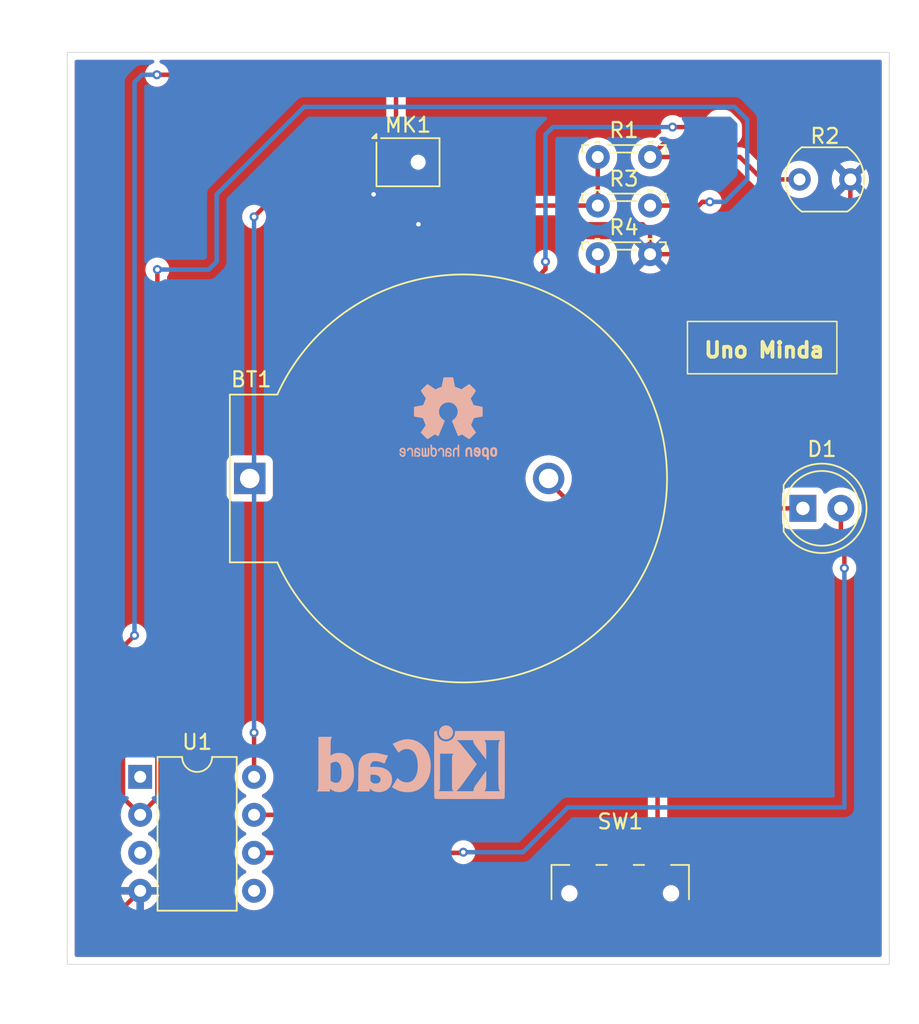
<source format=kicad_pcb>
(kicad_pcb (version 20240108) (generator "pcbnew") (generator_version "8.0")
  (layers (0 "F.Cu" signal) (31 "B.Cu" signal) (34 "B.Paste" user) (35 "F.Paste" user) (36 "B.SilkS" user "B.Silkscreen") (37 "F.SilkS" user "F.Silkscreen") (38 "B.Mask" user) (39 "F.Mask" user) (44 "Edge.Cuts" user))
  (net 0 "")
  (net 1 "+3.3V")
  (net 2 "Net-(BT1--)")
  (net 3 "/LED")
  (net 4 "Net-(D1-K)")
  (net 5 "GND")
  (net 6 "/MIC")
  (net 7 "/LDR")
  (footprint "OptoDevice:R_LDR_5.2x5.2mm_P3.5mm_Horizontal" (layer "F.Cu") (at 150 67.25)
    (property "Reference" "R3" (at 1.75 -1.79 0) (layer "F.SilkS"))
    (property "Value" "R")
    (pad "1" thru_hole circle (at 0 0) (size 1.6 1.6) (drill 0.8) (layers "*.Cu" "*.Mask") (net 1 "+3.3V"))
    (pad "2" thru_hole circle (at 3.5 0) (size 1.6 1.6) (drill 0.8) (layers "*.Cu" "*.Mask") (net 6 "/MIC"))
  )
  (footprint "OptoDevice:R_LDR_5.1x4.3mm_P3.4mm_Vertical" (layer "F.Cu") (at 163.5 65.5)
    (property "Reference" "R2" (at 1.7 -2.9 0) (layer "F.SilkS"))
    (property "Value" "LDR07")
    (pad "1" thru_hole circle (at 0 0) (size 1.5 1.5) (drill 0.8) (layers "*.Cu" "*.Mask") (net 7 "/LDR"))
    (pad "2" thru_hole circle (at 3.4 0) (size 1.5 1.5) (drill 0.8) (layers "*.Cu" "*.Mask") (net 5 "GND"))
  )
  (footprint "Package_DIP:DIP-8_W7.62mm" (layer "F.Cu") (at 119.38 105.46)
    (property "Reference" "U1" (at 3.81 -2.33 0) (layer "F.SilkS"))
    (property "Value" "ATtiny85V-10P")
    (pad "1" thru_hole rect (at 0 0) (size 1.6 1.6) (drill 0.8) (layers "*.Cu" "*.Mask"))
    (pad "2" thru_hole oval (at 0 2.54) (size 1.6 1.6) (drill 0.8) (layers "*.Cu" "*.Mask") (net 6 "/MIC"))
    (pad "3" thru_hole oval (at 0 5.08) (size 1.6 1.6) (drill 0.8) (layers "*.Cu" "*.Mask"))
    (pad "4" thru_hole oval (at 0 7.62) (size 1.6 1.6) (drill 0.8) (layers "*.Cu" "*.Mask") (net 5 "GND"))
    (pad "5" thru_hole oval (at 7.62 7.62) (size 1.6 1.6) (drill 0.8) (layers "*.Cu" "*.Mask"))
    (pad "6" thru_hole oval (at 7.62 5.08) (size 1.6 1.6) (drill 0.8) (layers "*.Cu" "*.Mask") (net 3 "/LED"))
    (pad "7" thru_hole oval (at 7.62 2.54) (size 1.6 1.6) (drill 0.8) (layers "*.Cu" "*.Mask") (net 7 "/LDR"))
    (pad "8" thru_hole oval (at 7.62 0) (size 1.6 1.6) (drill 0.8) (layers "*.Cu" "*.Mask") (net 1 "+3.3V"))
  )
  (footprint "OptoDevice:R_LDR_5.2x5.2mm_P3.5mm_Horizontal" (layer "F.Cu") (at 150 70.5)
    (property "Reference" "R4" (at 1.75 -1.79 0) (layer "F.SilkS"))
    (property "Value" "R")
    (pad "1" thru_hole circle (at 0 0) (size 1.6 1.6) (drill 0.8) (layers "*.Cu" "*.Mask") (net 4 "Net-(D1-K)"))
    (pad "2" thru_hole circle (at 3.5 0) (size 1.6 1.6) (drill 0.8) (layers "*.Cu" "*.Mask") (net 5 "GND"))
  )
  (footprint "LED_THT:LED_D5.0mm" (layer "F.Cu") (at 163.725 87.5)
    (property "Reference" "D1" (at 1.27 -3.96 0) (layer "F.SilkS"))
    (property "Value" "LED")
    (pad "1" thru_hole rect (at 0 0) (size 1.8 1.8) (drill 0.9) (layers "*.Cu" "*.Mask") (net 4 "Net-(D1-K)"))
    (pad "2" thru_hole circle (at 2.54 0) (size 1.8 1.8) (drill 0.9) (layers "*.Cu" "*.Mask") (net 3 "/LED"))
  )
  (footprint "Button_Switch_SMD:SW_SPDT_CK_JS102011SAQN" (layer "F.Cu") (at 151.5 113.25)
    (property "Reference" "SW1" (at 0 -4.8 0) (layer "F.SilkS"))
    (property "Value" "SW_SPDT")
    (pad "" np_thru_hole circle (at -3.4 0) (size 0.9 0.9) (drill 0.9) (layers "*.Cu" "*.Mask"))
    (pad "" np_thru_hole circle (at 3.4 0) (size 0.9 0.9) (drill 0.9) (layers "*.Cu" "*.Mask"))
    (pad "1" smd roundrect (at -2.5 -2.75) (size 1.25 2.5) (layers "F.Cu" "F.Paste" "F.Mask") (roundrect_rratio 0.2))
    (pad "2" smd roundrect (at 0 -2.75) (size 1.25 2.5) (layers "F.Cu" "F.Paste" "F.Mask") (roundrect_rratio 0.2) (net 5 "GND"))
    (pad "3" smd roundrect (at 2.5 -2.75) (size 1.25 2.5) (layers "F.Cu" "F.Paste" "F.Mask") (roundrect_rratio 0.2) (net 2 "Net-(BT1--)"))
  )
  (footprint "OptoDevice:R_LDR_5.2x5.2mm_P3.5mm_Horizontal" (layer "F.Cu") (at 150 64)
    (property "Reference" "R1" (at 1.75 -1.79 0) (layer "F.SilkS"))
    (property "Value" "R")
    (pad "1" thru_hole circle (at 0 0) (size 1.6 1.6) (drill 0.8) (layers "*.Cu" "*.Mask") (net 1 "+3.3V"))
    (pad "2" thru_hole circle (at 3.5 0) (size 1.6 1.6) (drill 0.8) (layers "*.Cu" "*.Mask") (net 7 "/LDR"))
  )
  (footprint "Battery:BatteryHolder_ComfortableElectronic_CH273-2450_1x2450" (layer "F.Cu") (at 126.710914 85.5)
    (property "Reference" "BT1" (at 0.1 -6.62 0) (layer "F.SilkS"))
    (property "Value" "Battery_Cell")
    (pad "1" thru_hole rect (at 0 0 270) (size 2.1 2.1) (drill 1.3) (layers "*.Cu" "*.Mask") (net 1 "+3.3V"))
    (pad "2" thru_hole circle (at 20 0 270) (size 2.1 2.1) (drill 1.3) (layers "*.Cu" "*.Mask") (net 2 "Net-(BT1--)"))
  )
  (footprint "Sensor_Audio:Infineon_PG-LLGA-5-1" (layer "F.Cu") (at 137.3 64.35)
    (property "Reference" "MK1" (at 0 -2.5 0) (layer "F.SilkS"))
    (property "Value" "Microphone_Condenser")
    (pad "" np_thru_hole circle (at 0.68 0) (size 0.8 0.8) (drill 0.8) (layers "*.Cu" "*.Mask"))
    (pad "1" smd rect (at -1.5 -0.85) (size 0.45 0.7) (layers "F.Cu" "F.Mask") (net 5 "GND"))
    (pad "2" smd rect (at -0.8 -0.85) (size 0.45 0.7) (layers "F.Cu" "F.Mask") (net 6 "/MIC"))
    (pad "3" smd rect (at -1.5 0.85) (size 0.45 0.7) (layers "F.Cu" "F.Mask"))
    (pad "4" smd rect (at -0.8 0.85) (size 0.45 0.7) (layers "F.Cu" "F.Mask"))
    (pad "5" smd custom (at 0.68 -0.81) (size 0.4 0.4) (layers "F.Cu" "F.Mask") (options (clearance outline) (anchor circle)) (primitives (gr_circle (center 0 0.81) (end 0.81 0.81) (width 0.46) (fill no))))
  )
  (footprint "Symbol:OSHW-Logo2_7.3x6mm_Copper" (layer "F.Cu") (at 141.5 78.5)
    (property "Reference" "REF**" (hide yes))
    (property "Value" "OSHW-Logo2_7.3x6mm_Copper" (hide yes))
    (fp_poly (pts (xy 2.6526 1.958752) (xy 2.669948 1.966334) (xy 2.711356 1.999128) (xy 2.746765 2.046547) (xy 2.768664 2.097151) (xy 2.772229 2.122098) (xy 2.760279 2.156927) (xy 2.734067 2.175357) (xy 2.705964 2.186516) (xy 2.693095 2.188572) (xy 2.686829 2.173649) (xy 2.674456 2.141175) (xy 2.669028 2.126502) (xy 2.63859 2.075744) (xy 2.59452 2.050427) (xy 2.53801 2.051206) (xy 2.533825 2.052203) (xy 2.503655 2.066507) (xy 2.481476 2.094393) (xy 2.466327 2.139287) (xy 2.45725 2.204615) (xy 2.453286 2.293804) (xy 2.452914 2.341261) (xy 2.45273 2.416071) (xy 2.451522 2.467069) (xy 2.448309 2.499471) (xy 2.442109 2.518495) (xy 2.43194 2.529356) (xy 2.416819 2.537272) (xy 2.415946 2.53767) (xy 2.386828 2.549981) (xy 2.372403 2.554514) (xy 2.370186 2.540809) (xy 2.368289 2.502925) (xy 2.366847 2.445715) (xy 2.365998 2.374027) (xy 2.365829 2.321565) (xy 2.366692 2.220047) (xy 2.37007 2.143032) (xy 2.377142 2.086023) (xy 2.389088 2.044526) (xy 2.40709 2.014043) (xy 2.432327 1.99008) (xy 2.457247 1.973355) (xy 2.517171 1.951097) (xy 2.586911 1.946076) (xy 2.6526 1.958752)) (stroke (width 0.01)) (fill solid) (layer "F.Cu"))
    (fp_poly (pts (xy -1.283907 1.92778) (xy -1.237328 1.954723) (xy -1.204943 1.981466) (xy -1.181258 2.009484) (xy -1.164941 2.043748) (xy -1.154661 2.089227) (xy -1.149086 2.150892) (xy -1.146884 2.233711) (xy -1.146629 2.293246) (xy -1.146629 2.512391) (xy -1.208314 2.540044) (xy -1.27 2.567697) (xy -1.277257 2.32767) (xy -1.280256 2.238028) (xy -1.283402 2.172962) (xy -1.287299 2.128026) (xy -1.292553 2.09877) (xy -1.299769 2.080748) (xy -1.30955 2.069511) (xy -1.312688 2.067079) (xy -1.360239 2.048083) (xy -1.408303 2.0556) (xy -1.436914 2.075543) (xy -1.448553 2.089675) (xy -1.456609 2.10822) (xy -1.461729 2.136334) (xy -1.464559 2.179173) (xy -1.465744 2.241895) (xy -1.465943 2.307261) (xy -1.465982 2.389268) (xy -1.467386 2.447316) (xy -1.472086 2.486465) (xy -1.482013 2.51178) (xy -1.499097 2.528323) (xy -1.525268 2.541156) (xy -1.560225 2.554491) (xy -1.598404 2.569007) (xy -1.593859 2.311389) (xy -1.592029 2.218519) (xy -1.589888 2.149889) (xy -1.586819 2.100711) (xy -1.582206 2.066198) (xy -1.575432 2.041562) (xy -1.565881 2.022016) (xy -1.554366 2.00477) (xy -1.49881 1.94968) (xy -1.43102 1.917822) (xy -1.357287 1.910191) (xy -1.283907 1.92778)) (stroke (width 0.01)) (fill solid) (layer "F.Cu"))
    (fp_poly (pts (xy 0.529926 1.949755) (xy 0.595858 1.974084) (xy 0.649273 2.017117) (xy 0.670164 2.047409) (xy 0.692939 2.102994) (xy 0.692466 2.143186) (xy 0.668562 2.170217) (xy 0.659717 2.174813) (xy 0.62153 2.189144) (xy 0.602028 2.185472) (xy 0.595422 2.161407) (xy 0.595086 2.148114) (xy 0.582992 2.09921) (xy 0.551471 2.064999) (xy 0.507659 2.048476) (xy 0.458695 2.052634) (xy 0.418894 2.074227) (xy 0.40545 2.086544) (xy 0.395921 2.101487) (xy 0.389485 2.124075) (xy 0.385317 2.159328) (xy 0.382597 2.212266) (xy 0.380502 2.287907) (xy 0.37996 2.311857) (xy 0.377981 2.39379) (xy 0.375731 2.451455) (xy 0.372357 2.489608) (xy 0.367006 2.513004) (xy 0.358824 2.526398) (xy 0.346959 2.534545) (xy 0.339362 2.538144) (xy 0.307102 2.550452) (xy 0.288111 2.554514) (xy 0.281836 2.540948) (xy 0.278006 2.499934) (xy 0.2766 2.430999) (xy 0.277598 2.333669) (xy 0.277908 2.318657) (xy 0.280101 2.229859) (xy 0.282693 2.165019) (xy 0.286382 2.119067) (xy 0.291864 2.086935) (xy 0.299835 2.063553) (xy 0.310993 2.043852) (xy 0.31683 2.03541) (xy 0.350296 1.998057) (xy 0.387727 1.969003) (xy 0.392309 1.966467) (xy 0.459426 1.946443) (xy 0.529926 1.949755)) (stroke (width 0.01)) (fill solid) (layer "F.Cu"))
    (fp_poly (pts (xy -0.624114 1.851289) (xy -0.619861 1.910613) (xy -0.614975 1.945572) (xy -0.608205 1.96082) (xy -0.598298 1.961015) (xy -0.595086 1.959195) (xy -0.552356 1.946015) (xy -0.496773 1.946785) (xy -0.440263 1.960333) (xy -0.404918 1.977861) (xy -0.368679 2.005861) (xy -0.342187 2.037549) (xy -0.324001 2.077813) (xy -0.312678 2.131543) (xy -0.306778 2.203626) (xy -0.304857 2.298951) (xy -0.304823 2.317237) (xy -0.3048 2.522646) (xy -0.350509 2.53858) (xy -0.382973 2.54942) (xy -0.400785 2.554468) (xy -0.401309 2.554514) (xy -0.403063 2.540828) (xy -0.404556 2.503076) (xy -0.405674 2.446224) (xy -0.406303 2.375234) (xy -0.4064 2.332073) (xy -0.406602 2.246973) (xy -0.407642 2.185981) (xy -0.410169 2.144177) (xy -0.414836 2.116642) (xy -0.422293 2.098456) (xy -0.433189 2.084698) (xy -0.439993 2.078073) (xy -0.486728 2.051375) (xy -0.537728 2.049375) (xy -0.583999 2.071955) (xy -0.592556 2.080107) (xy -0.605107 2.095436) (xy -0.613812 2.113618) (xy -0.619369 2.139909) (xy -0.622474 2.179562) (xy -0.623824 2.237832) (xy -0.624114 2.318173) (xy -0.624114 2.522646) (xy -0.669823 2.53858) (xy -0.702287 2.54942) (xy -0.720099 2.554468) (xy -0.720623 2.554514) (xy -0.721963 2.540623) (xy -0.723172 2.501439) (xy -0.724199 2.4407) (xy -0.724998 2.362141) (xy -0.725519 2.269498) (xy -0.725714 2.166509) (xy -0.725714 1.769342) (xy -0.678543 1.749444) (xy -0.631371 1.729547) (xy -0.624114 1.851289)) (stroke (width 0.01)) (fill solid) (layer "F.Cu"))
    (fp_poly (pts (xy 1.779833 1.958663) (xy 1.782048 1.99685) (xy 1.783784 2.054886) (xy 1.784899 2.12818) (xy 1.785257 2.205055) (xy 1.785257 2.465196) (xy 1.739326 2.511127) (xy 1.707675 2.539429) (xy 1.67989 2.550893) (xy 1.641915 2.550168) (xy 1.62684 2.548321) (xy 1.579726 2.542948) (xy 1.540756 2.539869) (xy 1.531257 2.539585) (xy 1.499233 2.541445) (xy 1.453432 2.546114) (xy 1.435674 2.548321) (xy 1.392057 2.551735) (xy 1.362745 2.54432) (xy 1.33368 2.521427) (xy 1.323188 2.511127) (xy 1.277257 2.465196) (xy 1.277257 1.978602) (xy 1.314226 1.961758) (xy 1.346059 1.949282) (xy 1.364683 1.944914) (xy 1.369458 1.958718) (xy 1.373921 1.997286) (xy 1.377775 2.056356) (xy 1.380722 2.131663) (xy 1.382143 2.195286) (xy 1.386114 2.445657) (xy 1.420759 2.450556) (xy 1.452268 2.447131) (xy 1.467708 2.436041) (xy 1.472023 2.415308) (xy 1.475708 2.371145) (xy 1.478469 2.309146) (xy 1.480012 2.234909) (xy 1.480235 2.196706) (xy 1.480457 1.976783) (xy 1.526166 1.960849) (xy 1.558518 1.950015) (xy 1.576115 1.944962) (xy 1.576623 1.944914) (xy 1.578388 1.958648) (xy 1.580329 1.99673) (xy 1.582282 2.054482) (xy 1.584084 2.127227) (xy 1.585343 2.195286) (xy 1.589314 2.445657) (xy 1.6764 2.445657) (xy 1.680396 2.21724) (xy 1.684392 1.988822) (xy 1.726847 1.966868) (xy 1.758192 1.951793) (xy 1.776744 1.944951) (xy 1.777279 1.944914) (xy 1.779833 1.958663)) (stroke (width 0.01)) (fill solid) (layer "F.Cu"))
    (fp_poly (pts (xy -2.958885 1.921962) (xy -2.890855 1.957733) (xy -2.840649 2.015301) (xy -2.822815 2.052312) (xy -2.808937 2.107882) (xy -2.801833 2.178096) (xy -2.80116 2.254727) (xy -2.806573 2.329552) (xy -2.81773 2.394342) (xy -2.834286 2.440873) (xy -2.839374 2.448887) (xy -2.899645 2.508707) (xy -2.971231 2.544535) (xy -3.048908 2.55502) (xy -3.127452 2.53881) (xy -3.149311 2.529092) (xy -3.191878 2.499143) (xy -3.229237 2.459433) (xy -3.232768 2.454397) (xy -3.247119 2.430124) (xy -3.256606 2.404178) (xy -3.26221 2.370022) (xy -3.264914 2.321119) (xy -3.265701 2.250935) (xy -3.265714 2.2352) (xy -3.265678 2.230192) (xy -3.120571 2.230192) (xy -3.119727 2.29643) (xy -3.116404 2.340386) (xy -3.109417 2.368779) (xy -3.097584 2.388325) (xy -3.091543 2.394857) (xy -3.056814 2.41968) (xy -3.023097 2.418548) (xy -2.989005 2.397016) (xy -2.968671 2.374029) (xy -2.956629 2.340478) (xy -2.949866 2.287569) (xy -2.949402 2.281399) (xy -2.948248 2.185513) (xy -2.960312 2.114299) (xy -2.98543 2.068194) (xy -3.02344 2.047635) (xy -3.037008 2.046514) (xy -3.072636 2.052152) (xy -3.097006 2.071686) (xy -3.111907 2.109042) (xy -3.119125 2.16815) (xy -3.120571 2.230192) (xy -3.265678 2.230192) (xy -3.265174 2.160413) (xy -3.262904 2.108159) (xy -3.257932 2.071949) (xy -3.249287 2.045299) (xy -3.235995 2.021722) (xy -3.233057 2.017338) (xy -3.183687 1.958249) (xy -3.129891 1.923947) (xy -3.064398 1.910331) (xy -3.042158 1.909665) (xy -2.958885 1.921962)) (stroke (width 0.01)) (fill solid) (layer "F.Cu"))
    (fp_poly (pts (xy 3.153595 1.966966) (xy 3.211021 2.004497) (xy 3.238719 2.038096) (xy 3.260662 2.099064) (xy 3.262405 2.147308) (xy 3.258457 2.211816) (xy 3.109686 2.276934) (xy 3.037349 2.310202) (xy 2.990084 2.336964) (xy 2.965507 2.360144) (xy 2.961237 2.382667) (xy 2.974889 2.407455) (xy 2.989943 2.423886) (xy 3.033746 2.450235) (xy 3.081389 2.452081) (xy 3.125145 2.431546) (xy 3.157289 2.390752) (xy 3.163038 2.376347) (xy 3.190576 2.331356) (xy 3.222258 2.312182) (xy 3.265714 2.295779) (xy 3.265714 2.357966) (xy 3.261872 2.400283) (xy 3.246823 2.435969) (xy 3.21528 2.476943) (xy 3.210592 2.482267) (xy 3.175506 2.51872) (xy 3.145347 2.538283) (xy 3.107615 2.547283) (xy 3.076335 2.55023) (xy 3.020385 2.550965) (xy 2.980555 2.54166) (xy 2.955708 2.527846) (xy 2.916656 2.497467) (xy 2.889625 2.464613) (xy 2.872517 2.423294) (xy 2.863238 2.367521) (xy 2.859693 2.291305) (xy 2.85941 2.252622) (xy 2.860372 2.206247) (xy 2.948007 2.206247) (xy 2.949023 2.231126) (xy 2.951556 2.2352) (xy 2.968274 2.229665) (xy 3.004249 2.215017) (xy 3.052331 2.19419) (xy 3.062386 2.189714) (xy 3.123152 2.158814) (xy 3.156632 2.131657) (xy 3.16399 2.10622) (xy 3.146391 2.080481) (xy 3.131856 2.069109) (xy 3.07941 2.046364) (xy 3.030322 2.050122) (xy 2.989227 2.077884) (xy 2.960758 2.127152) (xy 2.951631 2.166257) (xy 2.948007 2.206247) (xy 2.860372 2.206247) (xy 2.861285 2.162249) (xy 2.868196 2.095384) (xy 2.881884 2.046695) (xy 2.904096 2.010849) (xy 2.936574 1.982513) (xy 2.950733 1.973355) (xy 3.015053 1.949507) (xy 3.085473 1.948006) (xy 3.153595 1.966966)) (stroke (width 0.01)) (fill solid) (layer "F.Cu"))
    (fp_poly (pts (xy 1.190117 2.065358) (xy 1.189933 2.173837) (xy 1.189219 2.257287) (xy 1.187675 2.319704) (xy 1.185001 2.365085) (xy 1.180894 2.397429) (xy 1.175055 2.420733) (xy 1.167182 2.438995) (xy 1.161221 2.449418) (xy 1.111855 2.505945) (xy 1.049264 2.541377) (xy 0.980013 2.55409) (xy 0.910668 2.542463) (xy 0.869375 2.521568) (xy 0.826025 2.485422) (xy 0.796481 2.441276) (xy 0.778655 2.383462) (xy 0.770463 2.306313) (xy 0.769302 2.249714) (xy 0.769458 2.245647) (xy 0.870857 2.245647) (xy 0.871476 2.31055) (xy 0.874314 2.353514) (xy 0.88084 2.381622) (xy 0.892523 2.401953) (xy 0.906483 2.417288) (xy 0.953365 2.44689) (xy 1.003701 2.449419) (xy 1.051276 2.424705) (xy 1.054979 2.421356) (xy 1.070783 2.403935) (xy 1.080693 2.383209) (xy 1.086058 2.352362) (xy 1.088228 2.304577) (xy 1.088571 2.251748) (xy 1.087827 2.185381) (xy 1.084748 2.141106) (xy 1.078061 2.112009) (xy 1.066496 2.091173) (xy 1.057013 2.080107) (xy 1.01296 2.052198) (xy 0.962224 2.048843) (xy 0.913796 2.070159) (xy 0.90445 2.078073) (xy 0.88854 2.095647) (xy 0.87861 2.116587) (xy 0.873278 2.147782) (xy 0.871163 2.196122) (xy 0.870857 2.245647) (xy 0.769458 2.245647) (xy 0.77281 2.158568) (xy 0.784726 2.090086) (xy 0.807135 2.0386) (xy 0.842124 1.998443) (xy 0.869375 1.977861) (xy 0.918907 1.955625) (xy 0.976316 1.945304) (xy 1.029682 1.948067) (xy 1.059543 1.959212) (xy 1.071261 1.962383) (xy 1.079037 1.950557) (xy 1.084465 1.918866) (xy 1.088571 1.870593) (xy 1.093067 1.816829) (xy 1.099313 1.784482) (xy 1.110676 1.765985) (xy 1.130528 1.75377) (xy 1.143 1.748362) (xy 1.190171 1.728601) (xy 1.190117 2.065358)) (stroke (width 0.01)) (fill solid) (layer "F.Cu"))
    (fp_poly (pts (xy -1.831697 1.931239) (xy -1.774473 1.969735) (xy -1.730251 2.025335) (xy -1.703833 2.096086) (xy -1.69849 2.148162) (xy -1.699097 2.169893) (xy -1.704178 2.186531) (xy -1.718145 2.201437) (xy -1.745411 2.217973) (xy -1.790388 2.239498) (xy -1.857489 2.269374) (xy -1.857829 2.269524) (xy -1.919593 2.297813) (xy -1.970241 2.322933) (xy -2.004596 2.342179) (xy -2.017482 2.352848) (xy -2.017486 2.352934) (xy -2.006128 2.376166) (xy -1.979569 2.401774) (xy -1.949077 2.420221) (xy -1.93363 2.423886) (xy -1.891485 2.411212) (xy -1.855192 2.379471) (xy -1.837483 2.344572) (xy -1.820448 2.318845) (xy -1.787078 2.289546) (xy -1.747851 2.264235) (xy -1.713244 2.250471) (xy -1.706007 2.249714) (xy -1.697861 2.26216) (xy -1.69737 2.293972) (xy -1.703357 2.336866) (xy -1.714643 2.382558) (xy -1.73005 2.422761) (xy -1.730829 2.424322) (xy -1.777196 2.489062) (xy -1.837289 2.533097) (xy -1.905535 2.554711) (xy -1.976362 2.552185) (xy -2.044196 2.523804) (xy -2.047212 2.521808) (xy -2.100573 2.473448) (xy -2.13566 2.410352) (xy -2.155078 2.327387) (xy -2.157684 2.304078) (xy -2.162299 2.194055) (xy -2.156767 2.142748) (xy -2.017486 2.142748) (xy -2.015676 2.174753) (xy -2.005778 2.184093) (xy -1.981102 2.177105) (xy -1.942205 2.160587) (xy -1.898725 2.139881) (xy -1.897644 2.139333) (xy -1.860791 2.119949) (xy -1.846 2.107013) (xy -1.849647 2.093451) (xy -1.865005 2.075632) (xy -1.904077 2.049845) (xy -1.946154 2.04795) (xy -1.983897 2.066717) (xy -2.009966 2.102915) (xy -2.017486 2.142748) (xy -2.156767 2.142748) (xy -2.152806 2.106027) (xy -2.12845 2.036212) (xy -2.094544 1.987302) (xy -2.033347 1.937878) (xy -1.965937 1.913359) (xy -1.89712 1.911797) (xy -1.831697 1.931239)) (stroke (width 0.01)) (fill solid) (layer "F.Cu"))
    (fp_poly (pts (xy 0.039744 1.950968) (xy 0.096616 1.972087) (xy 0.097267 1.972493) (xy 0.13244 1.99838) (xy 0.158407 2.028633) (xy 0.17667 2.068058) (xy 0.188732 2.121462) (xy 0.196096 2.193651) (xy 0.200264 2.289432) (xy 0.200629 2.303078) (xy 0.205876 2.508842) (xy 0.161716 2.531678) (xy 0.129763 2.54711) (xy 0.11047 2.554423) (xy 0.109578 2.554514) (xy 0.106239 2.541022) (xy 0.103587 2.504626) (xy 0.101956 2.451452) (xy 0.1016 2.408393) (xy 0.101592 2.338641) (xy 0.098403 2.294837) (xy 0.087288 2.273944) (xy 0.063501 2.272925) (xy 0.022296 2.288741) (xy -0.039914 2.317815) (xy -0.085659 2.341963) (xy -0.109187 2.362913) (xy -0.116104 2.385747) (xy -0.116114 2.386877) (xy -0.104701 2.426212) (xy -0.070908 2.447462) (xy -0.019191 2.450539) (xy 0.018061 2.450006) (xy 0.037703 2.460735) (xy 0.049952 2.486505) (xy 0.057002 2.519337) (xy 0.046842 2.537966) (xy 0.043017 2.540632) (xy 0.007001 2.55134) (xy -0.043434 2.552856) (xy -0.095374 2.545759) (xy -0.132178 2.532788) (xy -0.183062 2.489585) (xy -0.211986 2.429446) (xy -0.217714 2.382462) (xy -0.213343 2.340082) (xy -0.197525 2.305488) (xy -0.166203 2.274763) (xy -0.115322 2.24399) (xy -0.040824 2.209252) (xy -0.036286 2.207288) (xy 0.030821 2.176287) (xy 0.072232 2.150862) (xy 0.089981 2.128014) (xy 0.086107 2.104745) (xy 0.062643 2.078056) (xy 0.055627 2.071914) (xy 0.00863 2.0481) (xy -0.040067 2.049103) (xy -0.082478 2.072451) (xy -0.110616 2.115675) (xy -0.113231 2.12416) (xy -0.138692 2.165308) (xy -0.170999 2.185128) (xy -0.217714 2.20477) (xy -0.217714 2.15395) (xy -0.203504 2.080082) (xy -0.161325 2.012327) (xy -0.139376 1.989661) (xy -0.089483 1.960569) (xy -0.026033 1.9474) (xy 0.039744 1.950968)) (stroke (width 0.01)) (fill solid) (layer "F.Cu"))
    (fp_poly (pts (xy -2.400256 1.919918) (xy -2.344799 1.947568) (xy -2.295852 1.99848) (xy -2.282371 2.017338) (xy -2.267686 2.042015) (xy -2.258158 2.068816) (xy -2.252707 2.104587) (xy -2.250253 2.156169) (xy -2.249714 2.224267) (xy -2.252148 2.317588) (xy -2.260606 2.387657) (xy -2.276826 2.439931) (xy -2.302546 2.479869) (xy -2.339503 2.512929) (xy -2.342218 2.514886) (xy -2.37864 2.534908) (xy -2.422498 2.544815) (xy -2.478276 2.547257) (xy -2.568952 2.547257) (xy -2.56899 2.635283) (xy -2.569834 2.684308) (xy -2.574976 2.713065) (xy -2.588413 2.730311) (xy -2.614142 2.744808) (xy -2.620321 2.747769) (xy -2.649236 2.761648) (xy -2.671624 2.770414) (xy -2.688271 2.771171) (xy -2.699964 2.761023) (xy -2.70749 2.737073) (xy -2.711634 2.696426) (xy -2.713185 2.636186) (xy -2.712929 2.553455) (xy -2.711651 2.445339) (xy -2.711252 2.413) (xy -2.709815 2.301524) (xy -2.708528 2.228603) (xy -2.569029 2.228603) (xy -2.568245 2.290499) (xy -2.56476 2.330997) (xy -2.556876 2.357708) (xy -2.542895 2.378244) (xy -2.533403 2.38826) (xy -2.494596 2.417567) (xy -2.460237 2.419952) (xy -2.424784 2.39575) (xy -2.423886 2.394857) (xy -2.409461 2.376153) (xy -2.400687 2.350732) (xy -2.396261 2.311584) (xy -2.394882 2.251697) (xy -2.394857 2.23843) (xy -2.398188 2.155901) (xy -2.409031 2.098691) (xy -2.42866 2.063766) (xy -2.45835 2.048094) (xy -2.475509 2.046514) (xy -2.516234 2.053926) (xy -2.544168 2.07833) (xy -2.560983 2.12298) (xy -2.56835 2.19113) (xy -2.569029 2.228603) (xy -2.708528 2.228603) (xy -2.708292 2.215245) (xy -2.706323 2.150333) (xy -2.70355 2.102958) (xy -2.699612 2.06929) (xy -2.694151 2.045498) (xy -2.686808 2.027753) (xy -2.677223 2.012224) (xy -2.673113 2.006381) (xy -2.618595 1.951185) (xy -2.549664 1.91989) (xy -2.469928 1.911165) (xy -2.400256 1.919918)) (stroke (width 0.01)) (fill solid) (layer "F.Cu"))
    (fp_poly (pts (xy 2.144876 1.956335) (xy 2.186667 1.975344) (xy 2.219469 1.998378) (xy 2.243503 2.024133) (xy 2.260097 2.057358) (xy 2.270577 2.1028) (xy 2.276271 2.165207) (xy 2.278507 2.249327) (xy 2.278743 2.304721) (xy 2.278743 2.520826) (xy 2.241774 2.53767) (xy 2.212656 2.549981) (xy 2.198231 2.554514) (xy 2.195472 2.541025) (xy 2.193282 2.504653) (xy 2.191942 2.451542) (xy 2.191657 2.409372) (xy 2.190434 2.348447) (xy 2.187136 2.300115) (xy 2.182321 2.270518) (xy 2.178496 2.264229) (xy 2.152783 2.270652) (xy 2.112418 2.287125) (xy 2.065679 2.309458) (xy 2.020845 2.333457) (xy 1.986193 2.35493) (xy 1.970002 2.369685) (xy 1.969938 2.369845) (xy 1.97133 2.397152) (xy 1.983818 2.423219) (xy 2.005743 2.444392) (xy 2.037743 2.451474) (xy 2.065092 2.450649) (xy 2.103826 2.450042) (xy 2.124158 2.459116) (xy 2.136369 2.483092) (xy 2.137909 2.487613) (xy 2.143203 2.521806) (xy 2.129047 2.542568) (xy 2.092148 2.552462) (xy 2.052289 2.554292) (xy 1.980562 2.540727) (xy 1.943432 2.521355) (xy 1.897576 2.475845) (xy 1.873256 2.419983) (xy 1.871073 2.360957) (xy 1.891629 2.305953) (xy 1.922549 2.271486) (xy 1.95342 2.252189) (xy 2.001942 2.227759) (xy 2.058485 2.202985) (xy 2.06791 2.199199) (xy 2.130019 2.171791) (xy 2.165822 2.147634) (xy 2.177337 2.123619) (xy 2.16658 2.096635) (xy 2.148114 2.075543) (xy 2.104469 2.049572) (xy 2.056446 2.047624) (xy 2.012406 2.067637) (xy 1.980709 2.107551) (xy 1.976549 2.117848) (xy 1.952327 2.155724) (xy 1.916965 2.183842) (xy 1.872343 2.206917) (xy 1.872343 2.141485) (xy 1.874969 2.101506) (xy 1.88623 2.069997) (xy 1.911199 2.036378) (xy 1.935169 2.010484) (xy 1.972441 1.973817) (xy 2.001401 1.954121) (xy 2.032505 1.94622) (xy 2.067713 1.944914) (xy 2.144876 1.956335)) (stroke (width 0.01)) (fill solid) (layer "F.Cu"))
    (fp_poly (pts (xy 0.10391 -2.757652) (xy 0.182454 -2.757222) (xy 0.239298 -2.756058) (xy 0.278105 -2.753793) (xy 0.302538 -2.75006) (xy 0.316262 -2.744494) (xy 0.32294 -2.736727) (xy 0.326236 -2.726395) (xy 0.326556 -2.725057) (xy 0.331562 -2.700921) (xy 0.340829 -2.653299) (xy 0.353392 -2.587259) (xy 0.368287 -2.507872) (xy 0.384551 -2.420204) (xy 0.385119 -2.417125) (xy 0.40141 -2.331211) (xy 0.416652 -2.255304) (xy 0.429861 -2.193955) (xy 0.440054 -2.151718) (xy 0.446248 -2.133145) (xy 0.446543 -2.132816) (xy 0.464788 -2.123747) (xy 0.502405 -2.108633) (xy 0.551271 -2.090738) (xy 0.551543 -2.090642) (xy 0.613093 -2.067507) (xy 0.685657 -2.038035) (xy 0.754057 -2.008403) (xy 0.757294 -2.006938) (xy 0.868702 -1.956374) (xy 1.115399 -2.12484) (xy 1.191077 -2.176197) (xy 1.259631 -2.222111) (xy 1.317088 -2.25997) (xy 1.359476 -2.287163) (xy 1.382825 -2.301079) (xy 1.385042 -2.302111) (xy 1.40201 -2.297516) (xy 1.433701 -2.275345) (xy 1.481352 -2.234553) (xy 1.546198 -2.174095) (xy 1.612397 -2.109773) (xy 1.676214 -2.046388) (xy 1.733329 -1.988549) (xy 1.780305 -1.939825) (xy 1.813703 -1.90379) (xy 1.830085 -1.884016) (xy 1.830694 -1.882998) (xy 1.832505 -1.869428) (xy 1.825683 -1.847267) (xy 1.80854 -1.813522) (xy 1.779393 -1.7652) (xy 1.736555 -1.699308) (xy 1.679448 -1.614483) (xy 1.628766 -1.539823) (xy 1.583461 -1.47286) (xy 1.54615 -1.417484) (xy 1.519452 -1.37758) (xy 1.505985 -1.357038) (xy 1.505137 -1.355644) (xy 1.506781 -1.335962) (xy 1.519245 -1.297707) (xy 1.540048 -1.248111) (xy 1.547462 -1.232272) (xy 1.579814 -1.16171) (xy 1.614328 -1.081647) (xy 1.642365 -1.012371) (xy 1.662568 -0.960955) (xy 1.678615 -0.921881) (xy 1.687888 -0.901459) (xy 1.689041 -0.899886) (xy 1.706096 -0.897279) (xy 1.746298 -0.890137) (xy 1.804302 -0.879477) (xy 1.874763 -0.866315) (xy 1.952335 -0.851667) (xy 2.031672 -0.836551) (xy 2.107431 -0.821982) (xy 2.174264 -0.808978) (xy 2.226828 -0.798555) (xy 2.259776 -0.79173) (xy 2.267857 -0.789801) (xy 2.276205 -0.785038) (xy 2.282506 -0.774282) (xy 2.287045 -0.753902) (xy 2.290104 -0.720266) (xy 2.291967 -0.669745) (xy 2.292918 -0.598708) (xy 2.29324 -0.503524) (xy 2.293257 -0.464508) (xy 2.293257 -0.147201) (xy 2.217057 -0.132161) (xy 2.174663 -0.124005) (xy 2.1114 -0.112101) (xy 2.034962 -0.097884) (xy 1.953043 -0.08279) (xy 1.9304 -0.078645) (xy 1.854806 -0.063947) (xy 1.788953 -0.049495) (xy 1.738366 -0.036625) (xy 1.708574 -0.026678) (xy 1.703612 -0.023713) (xy 1.691426 -0.002717) (xy 1.673953 0.037967) (xy 1.654577 0.090322) (xy 1.650734 0.1016) (xy 1.625339 0.171523) (xy 1.593817 0.250418) (xy 1.562969 0.321266) (xy 1.562817 0.321595) (xy 1.511447 0.432733) (xy 1.680399 0.681253) (xy 1.849352 0.929772) (xy 1.632429 1.147058) (xy 1.566819 1.211726) (xy 1.506979 1.268733) (xy 1.456267 1.315033) (xy 1.418046 1.347584) (xy 1.395675 1.363343) (xy 1.392466 1.364343) (xy 1.373626 1.356469) (xy 1.33518 1.334578) (xy 1.28133 1.301267) (xy 1.216276 1.259131) (xy 1.14594 1.211943) (xy 1.074555 1.16381) (xy 1.010908 1.121928) (xy 0.959041 1.088871) (xy 0.922995 1.067218) (xy 0.906867 1.059543) (xy 0.887189 1.066037) (xy 0.849875 1.08315) (xy 0.802621 1.107326) (xy 0.797612 1.110013) (xy 0.733977 1.141927) (xy 0.690341 1.157579) (xy 0.663202 1.157745) (xy 0.649057 1.143204) (xy 0.648975 1.143) (xy 0.641905 1.125779) (xy 0.625042 1.084899) (xy 0.599695 1.023525) (xy 0.567171 0.944819) (xy 0.528778 0.851947) (xy 0.485822 0.748072) (xy 0.444222 0.647502) (xy 0.398504 0.536516) (xy 0.356526 0.433703) (xy 0.319548 0.342215) (xy 0.288827 0.265201) (xy 0.265622 0.205815) (xy 0.25119 0.167209) (xy 0.246743 0.1528) (xy 0.257896 0.136272) (xy 0.287069 0.10993) (xy 0.325971 0.080887) (xy 0.436757 -0.010961) (xy 0.523351 -0.116241) (xy 0.584716 -0.232734) (xy 0.619815 -0.358224) (xy 0.627608 -0.490493) (xy 0.621943 -0.551543) (xy 0.591078 -0.678205) (xy 0.53792 -0.790059) (xy 0.465767 -0.885999) (xy 0.377917 -0.964924) (xy 0.277665 -1.02573) (xy 0.16831 -1.067313) (xy 0.053147 -1.088572) (xy -0.064525 -1.088401) (xy -0.18141 -1.065699) (xy -0.294211 -1.019362) (xy -0.399631 -0.948287) (xy -0.443632 -0.908089) (xy -0.528021 -0.804871) (xy -0.586778 -0.692075) (xy -0.620296 -0.57299) (xy -0.628965 -0.450905) (xy -0.613177 -0.329107) (xy -0.573322 -0.210884) (xy -0.509793 -0.099525) (xy -0.422979 0.001684) (xy -0.325971 0.080887) (xy -0.285563 0.111162) (xy -0.257018 0.137219) (xy -0.246743 0.152825) (xy -0.252123 0.169843) (xy -0.267425 0.2105) (xy -0.291388 0.271642) (xy -0.322756 0.350119) (xy -0.360268 0.44278) (xy -0.402667 0.546472) (xy -0.444337 0.647526) (xy -0.49031 0.758607) (xy -0.532893 0.861541) (xy -0.570779 0.953165) (xy -0.60266 1.030316) (xy -0.627229 1.089831) (xy -0.64318 1.128544) (xy -0.64909 1.143) (xy -0.663052 1.157685) (xy -0.69006 1.157642) (xy -0.733587 1.142099) (xy -0.79711 1.110284) (xy -0.797612 1.110013) (xy -0.84544 1.085323) (xy -0.884103 1.067338) (xy -0.905905 1.059614) (xy -0.906867 1.059543) (xy -0.923279 1.067378) (xy -0.959513 1.089165) (xy -1.011526 1.122328) (xy -1.075275 1.164291) (xy -1.14594 1.211943) (xy -1.217884 1.260191) (xy -1.282726 1.302151) (xy -1.336265 1.335227) (xy -1.374303 1.356821) (xy -1.392467 1.364343) (xy -1.409192 1.354457) (xy -1.44282 1.326826) (xy -1.48999 1.284495) (xy -1.547342 1.230505) (xy -1.611516 1.167899) (xy -1.632503 1.146983) (xy -1.849501 0.929623) (xy -1.684332 0.68722) (xy -1.634136 0.612781) (xy -1.590081 0.545972) (xy -1.554638 0.490665) (xy -1.530281 0.450729) (xy -1.519478 0.430036) (xy -1.519162 0.428563) (xy -1.524857 0.409058) (xy -1.540174 0.369822) (xy -1.562463 0.31743) (xy -1.578107 0.282355) (xy -1.607359 0.215201) (xy -1.634906 0.147358) (xy -1.656263 0.090034) (xy -1.662065 0.072572) (xy -1.678548 0.025938) (xy -1.69466 -0.010095) (xy -1.70351 -0.023713) (xy -1.72304 -0.032048) (xy -1.765666 -0.043863) (xy -1.825855 -0.057819) (xy -1.898078 -0.072578) (xy -1.9304 -0.078645) (xy -2.012478 -0.093727) (xy -2.091205 -0.108331) (xy -2.158891 -0.12102) (xy -2.20784 -0.130358) (xy -2.217057 -0.132161) (xy -2.293257 -0.147201) (xy -2.293257 -0.464508) (xy -2.293086 -0.568846) (xy -2.292384 -0.647787) (xy -2.290866 -0.704962) (xy -2.288251 -0.744001) (xy -2.284254 -0.768535) (xy -2.278591 -0.782195) (xy -2.27098 -0.788611) (xy -2.267857 -0.789801) (xy -2.249022 -0.79402) (xy -2.207412 -0.802438) (xy -2.14837 -0.814039) (xy -2.077243 -0.827805) (xy -1.999375 -0.84272) (xy -1.920113 -0.857768) (xy -1.844802 -0.871931) (xy -1.778787 -0.884194) (xy -1.727413 -0.893539) (xy -1.696025 -0.89895) (xy -1.689041 -0.899886) (xy -1.682715 -0.912404) (xy -1.66871 -0.945754) (xy -1.649645 -0.993623) (xy -1.642366 -1.012371) (xy -1.613004 -1.084805) (xy -1.578429 -1.16483) (xy -1.547463 -1.232272) (xy -1.524677 -1.283841) (xy -1.509518 -1.326215) (xy -1.504458 -1.352166) (xy -1.505264 -1.355644) (xy -1.515959 -1.372064) (xy -1.54038 -1.408583) (xy -1.575905 -1.461313) (xy -1.619913 -1.526365) (xy -1.669783 -1.599849) (xy -1.679644 -1.614355) (xy -1.737508 -1.700296) (xy -1.780044 -1.765739) (xy -1.808946 -1.813696) (xy -1.82591 -1.84718) (xy -1.832633 -1.869205) (xy -1.83081 -1.882783) (xy -1.830764 -1.882869) (xy -1.816414 -1.900703) (xy -1.784677 -1.935183) (xy -1.73899 -1.982732) (xy -1.682796 -2.039778) (xy -1.619532 -2.102745) (xy -1.612398 -2.109773) (xy -1.53267 -2.18698) (xy -1.471143 -2.24367) (xy -1.426579 -2.28089) (xy -1.397743 -2.299685) (xy -1.385042 -2.302111) (xy -1.366506 -2.291529) (xy -1.328039 -2.267084) (xy -1.273614 -2.231388) (xy -1.207202 -2.187053) (xy -1.132775 -2.136689) (xy -1.115399 -2.12484) (xy -0.868703 -1.956374) (xy -0.757294 -2.006938) (xy -0.689543 -2.036405) (xy -0.616817 -2.066041) (xy -0.554297 -2.08967) (xy -0.551543 -2.090642) (xy -0.50264 -2.108543) (xy -0.464943 -2.12368) (xy -0.446575 -2.13279) (xy -0.446544 -2.132816) (xy -0.440715 -2.149283) (xy -0.430808 -2.189781) (xy -0.417805 -2.249758) (xy -0.402691 -2.32466) (xy -0.386448 -2.409936) (xy -0.385119 -2.417125) (xy -0.368825 -2.504986) (xy -0.353867 -2.58474) (xy -0.341209 -2.651319) (xy -0.331814 -2.699653) (xy -0.326646 -2.724675) (xy -0.326556 -2.725057) (xy -0.323411 -2.735701) (xy -0.317296 -2.743738) (xy -0.304547 -2.749533) (xy -0.2815 -2.753453) (xy -0.244491 -2.755865) (xy -0.189856 -2.757135) (xy -0.113933 -2.757629) (xy -0.013056 -2.757714) (xy 0 -2.757714) (xy 0.10391 -2.757652)) (stroke (width 0.01)) (fill solid) (layer "F.Cu"))
  )
  (footprint "Symbol:OSHW-Logo2_7.3x6mm_SilkScreen" (layer "B.Cu") (at 140 81.5 180)
    (property "Reference" "REF**" (hide yes))
    (property "Value" "OSHW-Logo2_7.3x6mm_SilkScreen" (hide yes))
  )
  (footprint "Symbol:KiCad-Logo_5mm_SilkScreen" (layer "B.Cu") (at 137.5 105 180)
    (property "Reference" "REF**" (hide yes))
    (property "Value" "KiCad-Logo_5mm_SilkScreen" (hide yes))
  )
  (gr_rect (start 156 75) (end 166 78.5) (stroke (width 0.1)) (fill none) (layer "F.SilkS"))
  (gr_rect (start 114.5 57) (end 169.5 118) (stroke (width 0.05)) (fill none) (layer "Edge.Cuts"))
  (gr_text "Uno Minda" (at 157 77.5 0) (layer "F.SilkS") (effects (font (size 1 1) (thickness 0.25) (bold yes)) (justify left bottom)))
  (segment (start 127.75 67.25) (end 127 68) (width 0.3) (layer "F.Cu") (net 1))
  (segment (start 127 102.5) (end 127 105.46) (width 0.3) (layer "F.Cu") (net 1))
  (segment (start 150 64) (end 150 67.25) (width 0.3) (layer "F.Cu") (net 1))
  (segment (start 150 67.25) (end 127.75 67.25) (width 0.3) (layer "F.Cu") (net 1))
  (via (at 127 102.5) (size 0.6) (drill 0.3) (layers "F.Cu" "B.Cu") (net 1))
  (via (at 127 68) (size 0.6) (drill 0.3) (layers "F.Cu" "B.Cu") (net 1))
  (segment (start 127 68) (end 127 102.5) (width 0.3) (layer "B.Cu") (net 1))
  (segment (start 153 90) (end 149 90) (width 0.3) (layer "F.Cu") (net 2))
  (segment (start 148 89) (end 148 87) (width 0.3) (layer "F.Cu") (net 2))
  (segment (start 149 90) (end 148 89) (width 0.3) (layer "F.Cu") (net 2))
  (segment (start 148 87) (end 146.5 85.5) (width 0.3) (layer "F.Cu") (net 2))
  (segment (start 154 110.5) (end 154 91) (width 0.3) (layer "F.Cu") (net 2))
  (segment (start 154 91) (end 153 90) (width 0.3) (layer "F.Cu") (net 2))
  (segment (start 141 110.5) (end 140.96 110.54) (width 0.3) (layer "F.Cu") (net 3))
  (segment (start 140.96 110.54) (end 127 110.54) (width 0.3) (layer "F.Cu") (net 3))
  (segment (start 166.5 90.5) (end 166.265 90.265) (width 0.3) (layer "F.Cu") (net 3))
  (segment (start 166.5 91.5) (end 166.5 90.5) (width 0.3) (layer "F.Cu") (net 3))
  (segment (start 166.265 90.265) (end 166.265 87.5) (width 0.3) (layer "F.Cu") (net 3))
  (via (at 166.5 91.5) (size 0.6) (drill 0.3) (layers "F.Cu" "B.Cu") (net 3))
  (via (at 141 110.5) (size 0.6) (drill 0.3) (layers "F.Cu" "B.Cu") (net 3))
  (segment (start 148 107.5) (end 166.5 107.5) (width 0.3) (layer "B.Cu") (net 3))
  (segment (start 141 110.5) (end 145 110.5) (width 0.3) (layer "B.Cu") (net 3))
  (segment (start 166.5 107.5) (end 166.5 95.15) (width 0.3) (layer "B.Cu") (net 3))
  (segment (start 166.5 95.15) (end 166.5 91.5) (width 0.3) (layer "B.Cu") (net 3))
  (segment (start 145 110.5) (end 148 107.5) (width 0.3) (layer "B.Cu") (net 3))
  (segment (start 150 70.5) (end 150 86.5) (width 0.3) (layer "F.Cu") (net 4))
  (segment (start 151 87.5) (end 163.725 87.5) (width 0.3) (layer "F.Cu") (net 4))
  (segment (start 150 86.5) (end 151 87.5) (width 0.3) (layer "F.Cu") (net 4))
  (segment (start 119.38 115.88) (end 119.38 113.08) (width 0.3) (layer "F.Cu") (net 5))
  (segment (start 116.5 61) (end 117.5 60) (width 0.3) (layer "F.Cu") (net 5))
  (segment (start 150.5 116.5) (end 120 116.5) (width 0.3) (layer "F.Cu") (net 5))
  (segment (start 153.5 69) (end 153 68.5) (width 0.3) (layer "F.Cu") (net 5))
  (segment (start 153.5 70.5) (end 152.35 69.35) (width 0.3) (layer "F.Cu") (net 5))
  (segment (start 117.5 115) (end 116.5 115) (width 0.3) (layer "F.Cu") (net 5))
  (segment (start 117.5 114.96) (end 117.5 115) (width 0.3) (layer "F.Cu") (net 5))
  (segment (start 135.5 63.5) (end 135 64) (width 0.3) (layer "F.Cu") (net 5))
  (segment (start 153 68.5) (end 152.5 68.5) (width 0.3) (layer "F.Cu") (net 5))
  (segment (start 117.5 60) (end 134.575 60) (width 0.3) (layer "F.Cu") (net 5))
  (segment (start 135 64) (end 135 66.5) (width 0.3) (layer "F.Cu") (net 5))
  (segment (start 152.35 69.35) (end 118.65 69.35) (width 0.3) (layer "F.Cu") (net 5))
  (segment (start 134.575 60) (end 135.5 60.925) (width 0.3) (layer "F.Cu") (net 5))
  (segment (start 151.5 115.5) (end 150.5 116.5) (width 0.3) (layer "F.Cu") (net 5))
  (segment (start 120 116.5) (end 119.38 115.88) (width 0.3) (layer "F.Cu") (net 5))
  (segment (start 151.5 110.5) (end 151.5 115.5) (width 0.3) (layer "F.Cu") (net 5))
  (segment (start 117.245 112.245) (end 118.08 113.08) (width 0.3) (layer "F.Cu") (net 5))
  (segment (start 118.08 113.08) (end 119.38 113.08) (width 0.3) (layer "F.Cu") (net 5))
  (segment (start 166.9 65.5) (end 166.9 70.1) (width 0.3) (layer "F.Cu") (net 5))
  (segment (start 118.65 69.35) (end 117.245 70.755) (width 0.3) (layer "F.Cu") (net 5))
  (segment (start 153.5 70.5) (end 153.5 69) (width 0.3) (layer "F.Cu") (net 5))
  (segment (start 166.9 70.1) (end 166.5 70.5) (width 0.3) (layer "F.Cu") (net 5))
  (segment (start 116 114.5) (end 116 106.54) (width 0.3) (layer "F.Cu") (net 5))
  (segment (start 166.5 70.5) (end 153.5 70.5) (width 0.3) (layer "F.Cu") (net 5))
  (segment (start 135.5 60.925) (end 135.5 63.5) (width 0.3) (layer "F.Cu") (net 5))
  (segment (start 116.5 115) (end 116 114.5) (width 0.3) (layer "F.Cu") (net 5))
  (segment (start 119.38 113.08) (end 117.5 114.96) (width 0.3) (layer "F.Cu") (net 5))
  (segment (start 152.5 68.5) (end 138 68.5) (width 0.3) (layer "F.Cu") (net 5))
  (segment (start 116 106.54) (end 116.5 106.04) (width 0.3) (layer "F.Cu") (net 5))
  (segment (start 116.5 106.04) (end 116.5 61) (width 0.3) (layer "F.Cu") (net 5))
  (segment (start 117.245 70.755) (end 117.245 112.245) (width 0.3) (layer "F.Cu") (net 5))
  (via (at 138 68.5) (size 0.6) (drill 0.3) (layers "F.Cu" "B.Cu") (net 5))
  (via (at 135 66.5) (size 0.6) (drill 0.3) (layers "F.Cu" "B.Cu") (net 5))
  (segment (start 135.5 68.5) (end 138 68.5) (width 0.3) (layer "B.Cu") (net 5))
  (segment (start 135 66.5) (end 135 68) (width 0.3) (layer "B.Cu") (net 5))
  (segment (start 135 68) (end 135.5 68.5) (width 0.3) (layer "B.Cu") (net 5))
  (segment (start 156.75 67.25) (end 153.5 67.25) (width 0.3) (layer "F.Cu") (net 6))
  (segment (start 119.38 108) (end 120.53 106.85) (width 0.3) (layer "F.Cu") (net 6))
  (segment (start 118.23 96.77) (end 118.23 106.85) (width 0.3) (layer "F.Cu") (net 6))
  (segment (start 118.23 106.85) (end 119.38 108) (width 0.3) (layer "F.Cu") (net 6))
  (segment (start 157.5 67) (end 157 67) (width 0.3) (layer "F.Cu") (net 6))
  (segment (start 136.5 59) (end 136 58.5) (width 0.3) (layer "F.Cu") (net 6))
  (segment (start 136.5 63.5) (end 136.5 59) (width 0.3) (layer "F.Cu") (net 6))
  (segment (start 157 67) (end 156.75 67.25) (width 0.3) (layer "F.Cu") (net 6))
  (segment (start 120.53 106.85) (end 120.53 71.53) (width 0.3) (layer "F.Cu") (net 6))
  (segment (start 119 96) (end 118.23 96.77) (width 0.3) (layer "F.Cu") (net 6))
  (segment (start 136 58.5) (end 120.5 58.5) (width 0.3) (layer "F.Cu") (net 6))
  (via (at 120.5 58.5) (size 0.6) (drill 0.3) (layers "F.Cu" "B.Cu") (net 6))
  (via (at 157.5 67) (size 0.6) (drill 0.3) (layers "F.Cu" "B.Cu") (net 6))
  (via (at 120.53 71.53) (size 0.6) (drill 0.3) (layers "F.Cu" "B.Cu") (net 6))
  (via (at 119 96) (size 0.6) (drill 0.3) (layers "F.Cu" "B.Cu") (net 6))
  (segment (start 119 62) (end 119 96) (width 0.3) (layer "B.Cu") (net 6))
  (segment (start 159.15 60.65) (end 130.35 60.65) (width 0.3) (layer "B.Cu") (net 6))
  (segment (start 130.35 60.65) (end 124.5 66.5) (width 0.3) (layer "B.Cu") (net 6))
  (segment (start 124.5 66.5) (end 124.5 71) (width 0.3) (layer "B.Cu") (net 6))
  (segment (start 119.5 58.5) (end 119 59) (width 0.3) (layer "B.Cu") (net 6))
  (segment (start 160 61.5) (end 159.15 60.65) (width 0.3) (layer "B.Cu") (net 6))
  (segment (start 119 59) (end 119 62) (width 0.3) (layer "B.Cu") (net 6))
  (segment (start 158.5 67) (end 160 65.5) (width 0.3) (layer "B.Cu") (net 6))
  (segment (start 120.5 58.5) (end 119.5 58.5) (width 0.3) (layer "B.Cu") (net 6))
  (segment (start 123.97 71.53) (end 120.53 71.53) (width 0.3) (layer "B.Cu") (net 6))
  (segment (start 160 65.5) (end 160 61.5) (width 0.3) (layer "B.Cu") (net 6))
  (segment (start 124.5 71) (end 123.97 71.53) (width 0.3) (layer "B.Cu") (net 6))
  (segment (start 157.5 67) (end 158.5 67) (width 0.3) (layer "B.Cu") (net 6))
  (segment (start 130 72) (end 146 72) (width 0.3) (layer "F.Cu") (net 7))
  (segment (start 157.5 62) (end 155 62) (width 0.3) (layer "F.Cu") (net 7))
  (segment (start 159 62) (end 158.5 61.5) (width 0.3) (layer "F.Cu") (net 7))
  (segment (start 159 62.5) (end 159 62) (width 0.3) (layer "F.Cu") (net 7))
  (segment (start 158.5 63) (end 159 62.5) (width 0.3) (layer "F.Cu") (net 7))
  (segment (start 146.5 71.5) (end 146.5 71) (width 0.3) (layer "F.Cu") (net 7))
  (segment (start 128.5 108) (end 129.5 107) (width 0.3) (layer "F.Cu") (net 7))
  (segment (start 163.5 65.5) (end 161 65.5) (width 0.3) (layer "F.Cu") (net 7))
  (segment (start 146 72) (end 146.5 71.5) (width 0.3) (layer "F.Cu") (net 7))
  (segment (start 153.5 64) (end 154.5 63) (width 0.3) (layer "F.Cu") (net 7))
  (segment (start 159.5 64) (end 153.5 64) (width 0.3) (layer "F.Cu") (net 7))
  (segment (start 161 65.5) (end 159.5 64) (width 0.3) (layer "F.Cu") (net 7))
  (segment (start 158.5 61.5) (end 158 61.5) (width 0.3) (layer "F.Cu") (net 7))
  (segment (start 129.5 72.5) (end 130 72) (width 0.3) (layer "F.Cu") (net 7))
  (segment (start 127 108) (end 128.5 108) (width 0.3) (layer "F.Cu") (net 7))
  (segment (start 154.5 63) (end 158.5 63) (width 0.3) (layer "F.Cu") (net 7))
  (segment (start 158 61.5) (end 157.5 62) (width 0.3) (layer "F.Cu") (net 7))
  (segment (start 129.5 107) (end 129.5 72.5) (width 0.3) (layer "F.Cu") (net 7))
  (via (at 155 62) (size 0.6) (drill 0.3) (layers "F.Cu" "B.Cu") (net 7))
  (via (at 146.5 71) (size 0.6) (drill 0.3) (layers "F.Cu" "B.Cu") (net 7))
  (segment (start 146.5 62.5) (end 147 62) (width 0.3) (layer "B.Cu") (net 7))
  (segment (start 147 62) (end 153.5 62) (width 0.3) (layer "B.Cu") (net 7))
  (segment (start 153.5 62) (end 155 62) (width 0.3) (layer "B.Cu") (net 7))
  (segment (start 146.5 71) (end 146.5 62.5) (width 0.3) (layer "B.Cu") (net 7))
  (zone (net 5) (net_name "GND") (layers "F&B.Cu") (connect_pads (clearance 0.5)) (min_thickness 0.25) (fill yes (thermal_gap 0.5) (thermal_bridge_width 0.5))
    (polygon (pts (xy 171.5 53.5) (xy 110 53.5) (xy 110.5 122) (xy 171.5 121.5)))
  )
)
</source>
